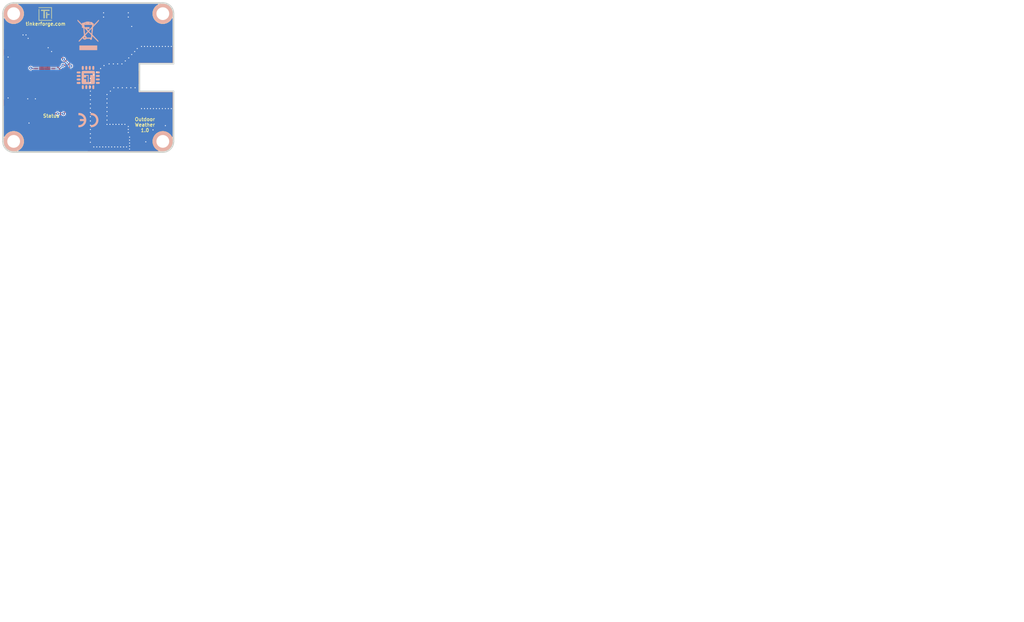
<source format=kicad_pcb>
(kicad_pcb (version 20221018) (generator pcbnew)
  (title_block (title "Outdoor Weather Bricklet") (date "2017-09-06") (rev "1.0") (company "Tinkerforge GmbH") (comment 1 "Licensed under CERN OHL v.1.1") (comment 2 "Copyright (©) 2017, B.Nordmeyer <bastian@tinkerforge.com>"))
  (layers (0 "F.Cu" jumper "Vorderseite") (31 "B.Cu" jumper "Rückseite") (34 "B.Paste" user) (35 "F.Paste" user) (36 "B.SilkS" user "B.Silkscreen") (37 "F.SilkS" user "F.Silkscreen") (38 "B.Mask" user) (39 "F.Mask" user) (44 "Edge.Cuts" user))
  (net 0 "")
  (net 1 "GND")
  (net 2 "VCC")
  (net 3 "Net-(C1-Pad2)")
  (net 4 "Net-(D1-Pad2)")
  (net 5 "Net-(J1-Pad1)")
  (net 6 "Net-(P1-Pad4)")
  (net 7 "Net-(P1-Pad5)")
  (net 8 "Net-(P1-Pad6)")
  (net 9 "Net-(P2-Pad2)")
  (net 10 "Net-(R1-Pad1)")
  (net 11 "S-MISO")
  (net 12 "S-MOSI")
  (net 13 "S-CLK")
  (net 14 "S-CS")
  (net 15 "Net-(ANT1-Pad1)")
  (net 16 "DATA")
  (net 17 "SDN")
  (net 18 "Net-(P1-Pad1)")
  (net 19 "Net-(U1-Pad3)")
  (net 20 "Net-(U1-Pad5)")
  (net 21 "Net-(U1-Pad7)")
  (net 22 "Net-(U1-Pad8)")
  (net 23 "Net-(U1-Pad11)")
  (net 24 "Net-(U1-Pad12)")
  (net 25 "Net-(U1-Pad13)")
  (net 26 "Net-(U1-Pad14)")
  (net 27 "Net-(U1-Pad17)")
  (net 28 "Net-(U1-Pad18)")
  (net 29 "Net-(U1-Pad19)")
  (net 30 "Net-(U1-Pad20)")
  (net 31 "Net-(U1-Pad21)")
  (footprint "kicad-libraries:Fiducial_Mark" (layer "F.Cu") (at 50.4 52.3)
    (fp_text reference "Fiducial_Mark" hide)
    (fp_text value "VAL**" hide)
    (pad "1" smd circle (at 0 0) (size 1.00076 1.00076) (layers "F.Cu" "F.Paste" "F.Mask") (clearance 0.65024))
  )
  (footprint "kicad-libraries:Fiducial_Mark" (layer "F.Cu") (at 75.4 21.3)
    (fp_text reference "Fiducial_Mark" hide)
    (fp_text value "VAL**" hide)
    (pad "1" smd circle (at 0 0) (size 1.00076 1.00076) (layers "F.Cu" "F.Paste" "F.Mask") (clearance 0.65024))
  )
  (footprint "Logo_31x31m" (layer "F.Cu") (at 54.4 20.8 180)
    (fp_text reference "G***" hide)
    (fp_text value "LOGO" hide)
  )
  (footprint "kicad-libraries:DEBUG_PAD" (layer "F.Cu") (at 49 32)
    (fp_text reference "J1")
    (fp_text value "Debug")
    (pad "1" smd circle (at 0 0) (size 0.7 0.7) (layers "F.Cu" "F.Paste" "F.Mask") (net 5 "Net-(J1-Pad1)"))
  )
  (footprint "kicad-libraries:CON-SENSOR2" (layer "F.Cu") (at 42.9 37.3 -90)
    (fp_text reference "P1")
    (fp_text value "CON-SENSOR2")
    (pad "1" smd rect (at -3.75 -4.6 270) (size 0.6 1.8) (layers "F.Cu" "F.Paste" "F.Mask") (net 18 "Net-(P1-Pad1)"))
    (pad "2" smd rect (at -2.5 -4.6 270) (size 0.6 1.8) (layers "F.Cu" "F.Paste" "F.Mask") (net 1 "GND"))
    (pad "3" smd rect (at -1.25 -4.6 270) (size 0.6 1.8) (layers "F.Cu" "F.Paste" "F.Mask") (net 2 "VCC"))
    (pad "4" smd rect (at 0 -4.6 270) (size 0.6 1.8) (layers "F.Cu" "F.Paste" "F.Mask") (net 6 "Net-(P1-Pad4)"))
    (pad "5" smd rect (at 1.25 -4.6 270) (size 0.6 1.8) (layers "F.Cu" "F.Paste" "F.Mask") (net 7 "Net-(P1-Pad5)"))
    (pad "6" smd rect (at 2.5 -4.6 270) (size 0.6 1.8) (layers "F.Cu" "F.Paste" "F.Mask") (net 8 "Net-(P1-Pad6)"))
    (pad "7" smd rect (at 3.75 -4.6 270) (size 0.6 1.8) (layers "F.Cu" "F.Paste" "F.Mask") (net 3 "Net-(C1-Pad2)"))
    (pad "EP" smd rect (at -5.9 -1.2 270) (size 1.4 2.4) (layers "F.Cu" "F.Paste" "F.Mask") (net 1 "GND"))
    (pad "EP" smd rect (at 5.9 -1.2 270) (size 1.4 2.4) (layers "F.Cu" "F.Paste" "F.Mask") (net 1 "GND"))
  )
  (footprint "kicad-libraries:SolderJumper" (layer "F.Cu") (at 50.2 48)
    (fp_text reference "P2")
    (fp_text value "Boot")
    (pad "1" smd rect (at -0.5 0) (size 0.4 1.4) (layers "F.Cu" "F.Mask") (net 1 "GND"))
    (pad "1" smd rect (at -0.225 -0.55) (size 0.95 0.3) (layers "F.Cu" "F.Mask") (net 1 "GND"))
    (pad "1" smd rect (at -0.225 0.55) (size 0.95 0.3) (layers "F.Cu" "F.Mask") (net 1 "GND"))
    (pad "2" smd rect (at 0.15 0) (size 0.6 0.5) (layers "F.Cu" "F.Mask") (net 9 "Net-(P2-Pad2)"))
    (pad "2" smd rect (at 0.55 0) (size 0.3 1.4) (layers "F.Cu" "F.Mask") (net 9 "Net-(P2-Pad2)"))
  )
  (footprint "kicad-libraries:4X0402" (layer "F.Cu") (at 50.2 39.2 -90)
    (fp_text reference "RP1")
    (fp_text value "82")
    (pad "1" smd rect (at -0.7493 0.575 90) (size 0.29972 0.65) (layers "F.Cu" "F.Paste" "F.Mask") (net 6 "Net-(P1-Pad4)"))
    (pad "2" smd rect (at -0.24892 0.575 90) (size 0.29972 0.65) (layers "F.Cu" "F.Paste" "F.Mask") (net 7 "Net-(P1-Pad5)"))
    (pad "3" smd rect (at 0.24892 0.575 90) (size 0.29972 0.65) (layers "F.Cu" "F.Paste" "F.Mask") (net 8 "Net-(P1-Pad6)"))
    (pad "4" smd rect (at 0.7493 0.575 90) (size 0.29972 0.65) (layers "F.Cu" "F.Paste" "F.Mask") (net 3 "Net-(C1-Pad2)"))
    (pad "5" smd rect (at 0.7493 -0.575 270) (size 0.29972 0.65) (layers "F.Cu" "F.Paste" "F.Mask") (net 11 "S-MISO"))
    (pad "6" smd rect (at 0.24892 -0.575 270) (size 0.29972 0.65) (layers "F.Cu" "F.Paste" "F.Mask") (net 12 "S-MOSI"))
    (pad "7" smd rect (at -0.24892 -0.575 270) (size 0.29972 0.65) (layers "F.Cu" "F.Paste" "F.Mask") (net 13 "S-CLK"))
    (pad "8" smd rect (at -0.7493 -0.575 270) (size 0.29972 0.65) (layers "F.Cu" "F.Paste" "F.Mask") (net 14 "S-CS"))
  )
  (footprint "kicad-libraries:QFN24-4x4mm-0.5mm" (layer "F.Cu") (at 52.7 34.9 180)
    (fp_text reference "U1")
    (fp_text value "XMC110024")
    (pad "1" smd oval (at -2.025 -1.25 180) (size 1 0.3) (layers "F.Cu" "F.Paste" "F.Mask") (net 11 "S-MISO"))
    (pad "2" smd oval (at -2.025 -0.75 180) (size 1 0.3) (layers "F.Cu" "F.Paste" "F.Mask") (net 10 "Net-(R1-Pad1)"))
    (pad "3" smd oval (at -2.025 -0.25 180) (size 1 0.3) (layers "F.Cu" "F.Paste" "F.Mask") (net 19 "Net-(U1-Pad3)"))
    (pad "4" smd oval (at -2.025 0.25 180) (size 1 0.3) (layers "F.Cu" "F.Paste" "F.Mask") (net 9 "Net-(P2-Pad2)"))
    (pad "5" smd oval (at -2.025 0.75 180) (size 1 0.3) (layers "F.Cu" "F.Paste" "F.Mask") (net 20 "Net-(U1-Pad5)"))
    (pad "6" smd oval (at -2.025 1.25 180) (size 1 0.3) (layers "F.Cu" "F.Paste" "F.Mask") (net 16 "DATA"))
    (pad "7" smd oval (at -1.25 2.025 270) (size 1 0.3) (layers "F.Cu" "F.Paste" "F.Mask") (net 21 "Net-(U1-Pad7)"))
    (pad "8" smd oval (at -0.75 2.025 270) (size 1 0.3) (layers "F.Cu" "F.Paste" "F.Mask") (net 22 "Net-(U1-Pad8)"))
    (pad "9" smd oval (at -0.25 2.025 270) (size 1 0.3) (layers "F.Cu" "F.Paste" "F.Mask") (net 1 "GND"))
    (pad "10" smd oval (at 0.25 2.025 270) (size 1 0.3) (layers "F.Cu" "F.Paste" "F.Mask") (net 2 "VCC"))
    (pad "11" smd oval (at 0.75 2.025 270) (size 1 0.3) (layers "F.Cu" "F.Paste" "F.Mask") (net 23 "Net-(U1-Pad11)"))
    (pad "12" smd oval (at 1.25 2.025 270) (size 1 0.3) (layers "F.Cu" "F.Paste" "F.Mask") (net 24 "Net-(U1-Pad12)"))
    (pad "13" smd oval (at 2.025 1.25 180) (size 1 0.3) (layers "F.Cu" "F.Paste" "F.Mask") (net 25 "Net-(U1-Pad13)"))
    (pad "14" smd oval (at 2.025 0.75 180) (size 1 0.3) (layers "F.Cu" "F.Paste" "F.Mask") (net 26 "Net-(U1-Pad14)"))
    (pad "15" smd oval (at 2.025 0.25 180) (size 1 0.3) (layers "F.Cu" "F.Paste" "F.Mask") (net 5 "Net-(J1-Pad1)"))
    (pad "16" smd oval (at 2.025 -0.25 180) (size 1 0.3) (layers "F.Cu" "F.Paste" "F.Mask") (net 17 "SDN"))
    (pad "17" smd oval (at 2.025 -0.75 180) (size 1 0.3) (layers "F.Cu" "F.Paste" "F.Mask") (net 27 "Net-(U1-Pad17)"))
    (pad "18" smd oval (at 2.025 -1.25 180) (size 1 0.3) (layers "F.Cu" "F.Paste" "F.Mask") (net 28 "Net-(U1-Pad18)"))
    (pad "19" smd oval (at 1.25 -2.025 270) (size 1 0.3) (layers "F.Cu" "F.Paste" "F.Mask") (net 29 "Net-(U1-Pad19)"))
    (pad "20" smd oval (at 0.75 -2.025 270) (size 1 0.3) (layers "F.Cu" "F.Paste" "F.Mask") (net 30 "Net-(U1-Pad20)"))
    (pad "21" smd oval (at 0.25 -2.025 270) (size 1 0.3) (layers "F.Cu" "F.Paste" "F.Mask") (net 31 "Net-(U1-Pad21)"))
    (pad "22" smd oval (at -0.25 -2.025 270) (size 1 0.3) (layers "F.Cu" "F.Paste" "F.Mask") (net 14 "S-CS"))
    (pad "23" smd oval (at -0.75 -2.025 270) (size 1 0.3) (layers "F.Cu" "F.Paste" "F.Mask") (net 13 "S-CLK"))
    (pad "24" smd oval (at -1.25 -2.025 270) (size 1 0.3) (layers "F.Cu" "F.Paste" "F.Mask") (net 12 "S-MOSI"))
    (pad "EXP" smd rect (at -0.65 -0.65 180) (size 1.3 1.3) (layers "F.Cu" "F.Paste" "F.Mask") (net 1 "GND"))
    (pad "EXP" smd rect (at -0.65 0.65 180) (size 1.3 1.3) (layers "F.Cu" "F.Paste" "F.Mask") (net 1 "GND"))
    (pad "EXP" smd rect (at 0.65 -0.65 180) (size 1.3 1.3) (layers "F.Cu" "F.Paste" "F.Mask") (net 1 "GND"))
    (pad "EXP" smd rect (at 0.65 0.65 180) (size 1.3 1.3) (layers "F.Cu" "F.Paste" "F.Mask") (net 1 "GND"))
  )
  (footprint "kicad-libraries:FT-004B" (layer "F.Cu") (at 82.9 37.3 -90)
    (fp_text reference "ANT1")
    (fp_text value "FT-004B")
    (pad "1" smd rect (at 0.01 10 270) (size 3 4) (layers "F.Cu" "F.Paste" "F.Mask") (net 15 "Net-(ANT1-Pad1)"))
    (pad "2" smd rect (at -5.27 3.99 270) (size 4 8) (layers "F.Cu" "F.Paste" "F.Mask") (net 1 "GND"))
    (pad "2" smd rect (at 5.25 3.99 270) (size 4 8) (layers "F.Cu" "F.Paste" "F.Mask") (net 1 "GND"))
  )
  (footprint "kicad-libraries:RFM210LCF-S1" (layer "F.Cu") (at 63.9 37.3 90)
    (fp_text reference "U2")
    (fp_text value "RFM210LCF-S1")
    (pad "" smd rect (at -14.7 -5.5 90) (size 1.8 5) (layers "F.Cu" "F.Paste" "F.Mask"))
    (pad "" smd rect (at -12.16 -5.5 90) (size 1.8 5) (layers "F.Cu" "F.Paste" "F.Mask"))
    (pad "1" smd rect (at -14.7 5.5 90) (size 1.8 5) (layers "F.Cu" "F.Paste" "F.Mask") (net 15 "Net-(ANT1-Pad1)"))
    (pad "2" smd rect (at -12.16 5.5 90) (size 1.8 5) (layers "F.Cu" "F.Paste" "F.Mask") (net 1 "GND"))
    (pad "3" smd rect (at 7.08 5.5 90) (size 1.8 5) (layers "F.Cu" "F.Paste" "F.Mask") (net 17 "SDN"))
    (pad "4" smd rect (at 9.62 5.5 90) (size 1.8 5) (layers "F.Cu" "F.Paste" "F.Mask") (net 2 "VCC"))
    (pad "5" smd rect (at 12.16 5.5 90) (size 1.8 5) (layers "F.Cu" "F.Paste" "F.Mask") (net 16 "DATA"))
    (pad "6" smd rect (at 14.7 5.5 90) (size 1.8 5) (layers "F.Cu" "F.Paste" "F.Mask") (net 1 "GND"))
  )
  (footprint "kicad-libraries:C0402F" (layer "F.Cu") (at 49.6 41.6 90)
    (fp_text reference "C1")
    (fp_text value "220pF")
    (pad "1" smd rect (at -0.5 0 90) (size 0.6 0.7) (layers "F.Cu" "F.Paste" "F.Mask") (net 1 "GND"))
    (pad "2" smd rect (at 0.5 0 90) (size 0.6 0.7) (layers "F.Cu" "F.Paste" "F.Mask") (net 3 "Net-(C1-Pad2)"))
  )
  (footprint "kicad-libraries:C0805" (layer "F.Cu") (at 47.4 29.7 180)
    (fp_text reference "C2")
    (fp_text value "10uF")
    (pad "1" smd rect (at -1.00076 0 180) (size 1.00076 1.24968) (layers "F.Cu" "F.Paste" "F.Mask") (net 1 "GND") (clearance 0.14986))
    (pad "2" smd rect (at 1.00076 0 180) (size 1.00076 1.24968) (layers "F.Cu" "F.Paste" "F.Mask") (net 2 "VCC") (clearance 0.14986))
  )
  (footprint "kicad-libraries:C0603F" (layer "F.Cu") (at 47.2 28.1 180)
    (fp_text reference "C3")
    (fp_text value "1uF")
    (pad "1" smd rect (at -0.75 0 180) (size 0.9 0.9) (layers "F.Cu" "F.Paste" "F.Mask") (net 1 "GND"))
    (pad "2" smd rect (at 0.75 0 180) (size 0.9 0.9) (layers "F.Cu" "F.Paste" "F.Mask") (net 2 "VCC"))
  )
  (footprint "kicad-libraries:C0603F" (layer "F.Cu") (at 52.7 31.2 180)
    (fp_text reference "C4")
    (fp_text value "100nF")
    (pad "1" smd rect (at -0.75 0 180) (size 0.9 0.9) (layers "F.Cu" "F.Paste" "F.Mask") (net 1 "GND"))
    (pad "2" smd rect (at 0.75 0 180) (size 0.9 0.9) (layers "F.Cu" "F.Paste" "F.Mask") (net 2 "VCC"))
  )
  (footprint "kicad-libraries:C0603F" (layer "F.Cu") (at 73.1 26.9 -90)
    (fp_text reference "C5")
    (fp_text value "100nF")
    (pad "1" smd rect (at -0.75 0 270) (size 0.9 0.9) (layers "F.Cu" "F.Paste" "F.Mask") (net 1 "GND"))
    (pad "2" smd rect (at 0.75 0 270) (size 0.9 0.9) (layers "F.Cu" "F.Paste" "F.Mask") (net 2 "VCC"))
  )
  (footprint "kicad-libraries:D0603F" (layer "F.Cu") (at 54.2 44.7)
    (fp_text reference "D1")
    (fp_text value "blue")
    (pad "1" smd rect (at -0.75 0) (size 0.9 0.9) (layers "F.Cu" "F.Paste" "F.Mask") (net 2 "VCC"))
    (pad "2" smd rect (at 0.75 0) (size 0.9 0.9) (layers "F.Cu" "F.Paste" "F.Mask") (net 4 "Net-(D1-Pad2)"))
  )
  (footprint "kicad-libraries:R0603F" (layer "F.Cu") (at 54.2 43.3)
    (fp_text reference "R1")
    (fp_text value "1k")
    (pad "1" smd rect (at -0.75 0) (size 0.9 0.9) (layers "F.Cu" "F.Paste" "F.Mask") (net 10 "Net-(R1-Pad1)"))
    (pad "2" smd rect (at 0.75 0) (size 0.9 0.9) (layers "F.Cu" "F.Paste" "F.Mask") (net 4 "Net-(D1-Pad2)"))
  )
  (footprint "kicad-libraries:DRILL_NP" (layer "F.Cu") (at 45.4 52.3)
    (fp_text reference "U4" hide)
    (fp_text value "DRILL" hide)
    (pad "" np_thru_hole circle (at 0 0) (size 2.99974 2.99974) (drill 2.99974) (layers "*.Cu" "*.Mask" "F.SilkS") (clearance 0.89916))
  )
  (footprint "kicad-libraries:DRILL_NP" (layer "F.Cu") (at 80.4 52.3)
    (fp_text reference "U5" hide)
    (fp_text value "DRILL" hide)
    (pad "" np_thru_hole circle (at 0 0) (size 2.99974 2.99974) (drill 2.99974) (layers "*.Cu" "*.Mask" "F.SilkS") (clearance 0.89916))
  )
  (footprint "kicad-libraries:DRILL_NP" (layer "F.Cu") (at 45.4 22.3)
    (fp_text reference "U6" hide)
    (fp_text value "DRILL" hide)
    (pad "" np_thru_hole circle (at 0 0) (size 2.99974 2.99974) (drill 2.99974) (layers "*.Cu" "*.Mask" "F.SilkS") (clearance 0.89916))
  )
  (footprint "kicad-libraries:DRILL_NP" (layer "F.Cu") (at 80.4 22.3)
    (fp_text reference "U7" hide)
    (fp_text value "DRILL" hide)
    (pad "" np_thru_hole circle (at 0 0) (size 2.99974 2.99974) (drill 2.99974) (layers "*.Cu" "*.Mask" "F.SilkS") (clearance 0.89916))
  )
  (footprint "kicad-libraries:Logo_CoMCU" (layer "B.Cu") (at 62.9 37.3 180)
    (fp_text reference "G***" hide)
    (fp_text value "LOGO" hide)
  )
  (footprint "kicad-libraries:WEEE_7mm" (layer "B.Cu") (at 62.9 27.3 180)
    (fp_text reference "VAL" hide)
    (fp_text value "WEEE_7mm" hide)
  )
  (footprint "kicad-libraries:CE_5mm" (layer "B.Cu") (at 62.9 47.3 180)
    (fp_text reference "VAL" hide)
    (fp_text value "CE_5mm" hide)
  )
  (gr_arc (start 80.4 19.8) (mid 82.167767 20.532233) (end 82.9 22.3) (stroke (width 0.381)) (layer "Edge.Cuts"))
  (gr_arc (start 45.4 54.8) (mid 43.632233 54.067767) (end 42.9 52.3) (stroke (width 0.381)) (layer "Edge.Cuts"))
  (gr_arc (start 82.9 52.3) (mid 82.167767 54.067767) (end 80.4 54.8) (stroke (width 0.381)) (layer "Edge.Cuts"))
  (gr_line (start 74.9 34.05) (end 82.9 34.05) (stroke (width 0.381)) (layer "Edge.Cuts"))
  (gr_line (start 74.9 40.55) (end 82.9 40.55) (stroke (width 0.381)) (layer "Edge.Cuts"))
  (gr_line (start 42.9 22.3) (end 42.9 52.3) (stroke (width 0.381)) (layer "Edge.Cuts"))
  (gr_line (start 74.9 34.05) (end 74.9 40.55) (stroke (width 0.381)) (layer "Edge.Cuts"))
  (gr_line (start 45.4 54.8) (end 80.4 54.8) (stroke (width 0.381)) (layer "Edge.Cuts"))
  (gr_line (start 82.9 22.3) (end 82.9 34.05) (stroke (width 0.381)) (layer "Edge.Cuts"))
  (gr_line (start 82.9 40.55) (end 82.9 52.3) (stroke (width 0.381)) (layer "Edge.Cuts"))
  (gr_arc (start 42.9 22.3) (mid 43.632233 20.532233) (end 45.4 19.8) (stroke (width 0.381)) (layer "Edge.Cuts"))
  (gr_line (start 80.4 19.8) (end 45.4 19.8) (stroke (width 0.381)) (layer "Edge.Cuts"))
  (gr_text "Outdoor\nWeather\n1.0" (at 76.2 48.4) (layer "F.SilkS") (effects (font (size 0.8 0.8))))
  (gr_text "tinkerforge.com" (at 52.9 24.7) (layer "F.SilkS") (effects (font (size 0.8 0.8))))
  (gr_text "Status" (at 54.2 46.3) (layer "F.SilkS") (effects (font (size 0.8 0.8))))
  (segment (start 52.95 32.15) (end 53.45 31.65) (width 0.29972) (layer "F.Cu") (net 1))
  (segment (start 53.45 31.65) (end 53.45 31.2) (width 0.29972) (layer "F.Cu") (net 1))
  (segment (start 52.95 33.85) (end 53.35 34.25) (width 0.29972) (layer "F.Cu") (net 1))
  (segment (start 46.4 34.8) (end 46.1 34.5) (width 0.29972) (layer "F.Cu") (net 1))
  (segment (start 46.1 34.5) (end 46.1 32.9) (width 0.29972) (layer "F.Cu") (net 1))
  (segment (start 46.1 32.9) (end 48.40076 30.59924) (width 0.29972) (layer "F.Cu") (net 1))
  (segment (start 48.40076 30.59924) (end 48.40076 29.7) (width 0.29972) (layer "F.Cu") (net 1))
  (segment (start 48.40076 29.10076) (end 47.95 28.65) (width 0.29972) (layer "F.Cu") (net 1))
  (segment (start 47.95 28.65) (end 47.95 28.1) (width 0.29972) (layer "F.Cu") (net 1))
  (segment (start 47.95 27.65) (end 47.6 27.3) (width 0.59944) (layer "F.Cu") (net 1))
  (segment (start 47.95 27.65) (end 48.3 27.3) (width 0.59944) (layer "F.Cu") (net 1))
  (segment (start 53.45 30.35) (end 53.5 30.3) (width 0.59944) (layer "F.Cu") (net 1))
  (segment (start 50.45 42.25) (end 50.5 42.3) (width 0.59944) (layer "F.Cu") (net 1))
  (segment (start 48.75 42.25) (end 48.7 42.3) (width 0.59944) (layer "F.Cu") (net 1))
  (segment (start 67 22.6) (end 66.5 22.1) (width 0.59944) (layer "F.Cu") (net 1))
  (segment (start 67 22.6) (end 66.5 23.1) (width 0.59944) (layer "F.Cu") (net 1))
  (segment (start 71.8 22.6) (end 72.3 22.1) (width 0.59944) (layer "F.Cu") (net 1))
  (segment (start 71.8 22.6) (end 72.3 23.1) (width 0.59944) (layer "F.Cu") (net 1))
  (segment (start 72.26 49.46) (end 72.3 49.5) (width 0.59944) (layer "F.Cu") (net 1))
  (segment (start 72.3 50.5) (end 72.6 50.8) (width 0.59944) (layer "F.Cu") (net 1))
  (segment (start 72.6 50.8) (end 72.6 51.3) (width 0.59944) (layer "F.Cu") (net 1))
  (segment (start 72.4 54.1) (end 71.9 53.6) (width 0.59944) (layer "F.Cu") (net 1))
  (segment (start 64.2 53.3) (end 63.4 52.5) (width 0.59944) (layer "F.Cu") (net 1))
  (segment (start 65 36) (end 65.8 35.2) (width 0.59944) (layer "F.Cu") (net 1))
  (segment (start 65.9 35.2) (end 66.6 34.5) (width 0.59944) (layer "F.Cu") (net 1))
  (segment (start 67.4 34.5) (end 67.8 34.1) (width 0.59944) (layer "F.Cu") (net 1))
  (segment (start 70.9 34.1) (end 71.6 33.4) (width 0.59944) (layer "F.Cu") (net 1))
  (segment (start 71.7 33.4) (end 72.4 32.7) (width 0.59944) (layer "F.Cu") (net 1))
  (segment (start 72.4 32.6) (end 73.1 31.9) (width 0.59944) (layer "F.Cu") (net 1))
  (segment (start 73.8 31.1) (end 74.4 30.5) (width 0.59944) (layer "F.Cu") (net 1))
  (segment (start 76.1 52.7) (end 76.4 52.4) (width 0.59944) (layer "F.Cu") (net 1))
  (segment (start 76.4 50.1) (end 77.25 49.25) (width 0.59944) (layer "F.Cu") (net 1))
  (segment (start 77.9 48.6) (end 81 48.6) (width 0.59944) (layer "F.Cu") (net 1))
  (segment (start 77.25 49.25) (end 77.9 48.6) (width 0.59944) (layer "F.Cu") (net 1))
  (segment (start 77.75 49.25) (end 78.1 49.6) (width 0.59944) (layer "F.Cu") (net 1))
  (segment (start 49.75 47.45) (end 49.7 47.5) (width 0.2) (layer "F.Cu") (net 1))
  (segment (start 49.7 47.5) (end 49.7 48) (width 0.2) (layer "F.Cu") (net 1))
  (segment (start 49.75 48.55) (end 49.7 48.5) (width 0.2) (layer "F.Cu") (net 1))
  (segment (start 49.7 48.5) (end 49.7 48) (width 0.2) (layer "F.Cu") (net 1))
  (segment (start 67.7 53.6) (end 68.4 53.6) (width 0.59944) (layer "F.Cu") (net 1))
  (segment (start 67.3 47.3) (end 67.3 48.3) (width 0.59944) (layer "F.Cu") (net 1))
  (segment (start 72.6 52.7) (end 72.6 52) (width 0.59944) (layer "F.Cu") (net 1))
  (segment (start 78.2 44.6) (end 78.9 44.6) (width 0.59944) (layer "F.Cu") (net 1))
  (segment (start 77.25 49.25) (end 77.75 49.25) (width 0.59944) (layer "F.Cu") (net 1))
  (segment (start 67 53.6) (end 67.7 53.6) (width 0.59944) (layer "F.Cu") (net 1))
  (segment (start 79.6 30) (end 78.9 30) (width 0.59944) (layer "F.Cu") (net 1))
  (segment (start 72.6 54.1) (end 72.6 53.4) (width 0.59944) (layer "F.Cu") (net 1))
  (segment (start 63.4 47.5) (end 63.4 48.5) (width 0.59944) (layer "F.Cu") (net 1))
  (segment (start 72.3 48.8) (end 72.3 49.5) (width 0.59944) (layer "F.Cu") (net 1))
  (segment (start 71.5 48.3) (end 70.8 48.3) (width 0.59944) (layer "F.Cu") (net 1))
  (segment (start 65.8 35.2) (end 65.9 35.2) (width 0.59944) (layer "F.Cu") (net 1))
  (segment (start 44.1 43.2) (end 44.1 42.1) (width 0.59944) (layer "F.Cu") (net 1))
  (segment (start 68 48.3) (end 68.7 48.3) (width 0.59944) (layer "F.Cu") (net 1))
  (segment (start 47.95 28.1) (end 48.8 28.1) (width 0.59944) (layer "F.Cu") (net 1))
  (segment (start 49.6 42.25) (end 48.75 42.25) (width 0.59944) (layer "F.Cu") (net 1))
  (segment (start 52.05 35.55) (end 52.05 34.25) (width 0.29972) (layer "F.Cu") (net 1))
  (segment (start 67.3 45.3) (end 67.3 46.3) (width 0.59944) (layer "F.Cu") (net 1))
  (segment (start 48.40076 29.7) (end 48.40076 29.10076) (width 0.29972) (layer "F.Cu") (net 1))
  (segment (start 78.2 30) (end 78.9 30) (width 0.59944) (layer "F.Cu") (net 1))
  (segment (start 63.4 45.5) (end 63.4 46.5) (width 0.59944) (layer "F.Cu") (net 1))
  (segment (start 69.8 53.6) (end 70.5 53.6) (width 0.59944) (layer "F.Cu") (net 1))
  (segment (start 64.2 53.6) (end 64.2 53.3) (width 0.59944) (layer "F.Cu") (net 1))
  (segment (start 63.4 38.5) (end 63.4 39.5) (width 0.59944) (layer "F.Cu") (net 1))
  (segment (start 72.6 52) (end 72.6 51.3) (width 0.59944) (layer "F.Cu") (net 1))
  (segment (start 68.1 40.5) (end 67.3 41.3) (width 0.59944) (layer "F.Cu") (net 1))
  (segment (start 52.95 32.875) (end 52.95 33.85) (width 0.29972) (layer "F.Cu") (net 1))
  (segment (start 64.2 53.6) (end 64.9 53.6) (width 0.59944) (layer "F.Cu") (net 1))
  (segment (start 78.9 44.6) (end 78.9 42.3) (width 0.59944) (layer "F.Cu") (net 1))
  (segment (start 72.6 53.4) (end 72.6 52.7) (width 0.59944) (layer "F.Cu") (net 1))
  (segment (start 82.4 30) (end 81.7 30) (width 0.59944) (layer "F.Cu") (net 1))
  (segment (start 65.6 53.6) (end 66.3 53.6) (width 0.59944) (layer "F.Cu") (net 1))
  (segment (start 69.4 22.6) (end 71.8 22.6) (width 0.59944) (layer "F.Cu") (net 1))
  (segment (start 66.3 53.6) (end 67 53.6) (width 0.59944) (layer "F.Cu") (net 1))
  (segment (start 75.4 44.6) (end 76.1 44.6) (width 0.59944) (layer "F.Cu") (net 1))
  (segment (start 68.4 53.6) (end 69.1 53.6) (width 0.59944) (layer "F.Cu") (net 1))
  (segment (start 76.8 44.6) (end 77.5 44.6) (width 0.59944) (layer "F.Cu") (net 1))
  (segment (start 64.9 53.6) (end 65.6 53.6) (width 0.59944) (layer "F.Cu") (net 1))
  (segment (start 63.4 41.5) (end 63.4 42.5) (width 0.59944) (layer "F.Cu") (net 1))
  (segment (start 67.3 46.3) (end 67.3 47.3) (width 0.59944) (layer "F.Cu") (net 1))
  (segment (start 79.6 44.6) (end 78.9 44.6) (width 0.59944) (layer "F.Cu") (net 1))
  (segment (start 77.5 30) (end 78.2 30) (width 0.59944) (layer "F.Cu") (net 1))
  (segment (start 76.1 30) (end 76.8 30) (width 0.59944) (layer "F.Cu") (net 1))
  (segment (start 47.5 34.8) (end 46.4 34.8) (width 0.29972) (layer "F.Cu") (net 1))
  (segment (start 69.1 53.6) (end 69.8 53.6) (width 0.59944) (layer "F.Cu") (net 1))
  (segment (start 70.8 34.1) (end 69.8 34.1) (width 0.59944) (layer "F.Cu") (net 1))
  (segment (start 67.3 44.3) (end 67.3 45.3) (width 0.59944) (layer "F.Cu") (net 1))
  (segment (start 72.9 39.7) (end 71.9 39.7) (width 0.59944) (layer "F.Cu") (net 1))
  (segment (start 70.9 39.7) (end 69.9 39.7) (width 0.59944) (layer "F.Cu") (net 1))
  (segment (start 66.6 34.5) (end 67.4 34.5) (width 0.59944) (layer "F.Cu") (net 1))
  (segment (start 80.3 30) (end 79.6 30) (width 0.59944) (layer "F.Cu") (net 1))
  (segment (start 63.4 42.5) (end 63.4 43.5) (width 0.59944) (layer "F.Cu") (net 1))
  (segment (start 49.6 42.25) (end 50.45 42.25) (width 0.59944) (layer "F.Cu") (net 1))
  (segment (start 73.8 31.2) (end 73.8 31.1) (width 0.59944) (layer "F.Cu") (net 1))
  (segment (start 71.9 39.7) (end 70.9 39.7) (width 0.59944) (layer "F.Cu") (net 1))
  (segment (start 53.35 35.55) (end 52.05 35.55) (width 0.29972) (layer "F.Cu") (net 1))
  (segment (start 67.3 48.3) (end 68 48.3) (width 0.59944) (layer "F.Cu") (net 1))
  (segment (start 76.1 44.6) (end 76.8 44.6) (width 0.59944) (layer "F.Cu") (net 1))
  (segment (start 63.4 37.5) (end 63.4 38.5) (width 0.59944) (layer "F.Cu") (net 1))
  (segment (start 72.4 32.7) (end 72.4 32.6) (width 0.59944) (layer "F.Cu") (net 1))
  (segment (start 63.4 50.5) (end 63.4 51.5) (width 0.59944) (layer "F.Cu") (net 1))
  (segment (start 49.7 48) (end 49 48) (width 0.2) (layer "F.Cu") (net 1))
  (segment (start 72.3 50.2) (end 72.3 50.5) (width 0.59944) (layer "F.Cu") (net 1))
  (segment (start 63.4 48.5) (end 63.4 49.5) (width 0.59944) (layer "F.Cu") (net 1))
  (segment (start 63.4 51.5) (end 63.4 52.5) (width 0.59944) (layer "F.Cu") (net 1))
  (segment (start 68.7 48.3) (end 69.4 48.3) (width 0.59944) (layer "F.Cu") (net 1))
  (segment (start 73.1 26.15) (end 73.1 25.3) (width 0.59944) (layer "F.Cu") (net 1))
  (segment (start 64.2 36.7) (end 63.4 37.5) (width 0.59944) (layer "F.Cu") (net 1))
  (segment (start 53.35 34.25) (end 53.35 35.55) (width 0.29972) (layer "F.Cu") (net 1))
  (segment (start 69.9 39.7) (end 68.9 39.7) (width 0.59944) (layer "F.Cu") (net 1))
  (segment (start 63.4 49.5) (end 63.4 50.5) (width 0.59944) (layer "F.Cu") (net 1))
  (segment (start 49.975 48.55) (end 49.75 48.55) (width 0.2) (layer "F.Cu") (net 1))
  (segment (start 82.4 44.6) (end 81.7 44.6) (width 0.59944) (layer "F.Cu") (net 1))
  (segment (start 81.7 30) (end 81 30) (width 0.59944) (layer "F.Cu") (net 1))
  (segment (start 72.6 52.7) (end 76.1 52.7) (width 0.59944) (layer "F.Cu") (net 1))
  (segment (start 70.1 48.3) (end 69.4 48.3) (width 0.59944) (layer "F.Cu") (net 1))
  (segment (start 49.975 47.45) (end 49.75 47.45) (width 0.2) (layer "F.Cu") (net 1))
  (segment (start 81.7 44.6) (end 81 44.6) (width 0.59944) (layer "F.Cu") (net 1))
  (segment (start 47.95 28.1) (end 47.95 27.65) (width 0.59944) (layer "F.Cu") (net 1))
  (segment (start 53.45 31.2) (end 54.3 31.2) (width 0.59944) (layer "F.Cu") (net 1))
  (segment (start 63.4 39.5) (end 63.4 40.5) (width 0.59944) (layer "F.Cu") (net 1))
  (segment (start 72.26 49.46) (end 69.4 49.46) (width 0.59944) (layer "F.Cu") (net 1))
  (segment (start 63.4 44.5) (end 63.4 45.5) (width 0.59944) (layer "F.Cu") (net 1))
  (segment (start 81 44.6) (end 80.3 44.6) (width 0.59944) (layer "F.Cu") (net 1))
  (segment (start 52.95 32.875) (end 52.95 32.15) (width 0.29972) (layer "F.Cu") (net 1))
  (segment (start 53.45 31.2) (end 53.45 30.35) (width 0.59944) (layer "F.Cu") (net 1))
  (segment (start 44.1 31.4) (end 44.1 32.5) (width 0.59944) (layer "F.Cu") (net 1))
  (segment (start 63.4 40.5) (end 63.4 41.5) (width 0.59944) (layer "F.Cu") (net 1))
  (segment (start 67.3 42.3) (end 67.3 43.3) (width 0.59944) (layer "F.Cu") (net 1))
  (segment (start 70.5 53.6) (end 71.2 53.6) (width 0.59944) (layer "F.Cu") (net 1))
  (segment (start 70.8 34.1) (end 70.9 34.1) (width 0.59944) (layer "F.Cu") (net 1))
  (segment (start 63.4 43.5) (end 63.4 44.5) (width 0.59944) (layer "F.Cu") (net 1))
  (segment (start 81 30) (end 80.3 30) (width 0.59944) (layer "F.Cu") (net 1))
  (segment (start 73.8 31.2) (end 73.1 31.9) (width 0.59944) (layer "F.Cu") (net 1))
  (segment (start 67.3 43.3) (end 67.3 44.3) (width 0.59944) (layer "F.Cu") (net 1))
  (segment (start 68.8 34.1) (end 67.8 34.1) (width 0.59944) (layer "F.Cu") (net 1))
  (segment (start 71.6 33.4) (end 71.7 33.4) (width 0.59944) (layer "F.Cu") (net 1))
  (segment (start 80.3 44.6) (end 79.6 44.6) (width 0.59944) (layer "F.Cu") (net 1))
  (segment (start 76.8 30) (end 77.5 30) (width 0.59944) (layer "F.Cu") (net 1))
  (segment (start 75.4 30) (end 76.1 30) (width 0.59944) (layer "F.Cu") (net 1))
  (segment (start 76.4 52.4) (end 76.4 50.1) (width 0.59944) (layer "F.Cu") (net 1))
  (segment (start 69.4 48.3) (end 69.4 49.46) (width 0.59944) (layer "F.Cu") (net 1))
  (segment (start 63.4 46.5) (end 63.4 47.5) (width 0.59944) (layer "F.Cu") (net 1))
  (segment (start 70.8 48.3) (end 70.1 48.3) (width 0.59944) (layer "F.Cu") (net 1))
  (segment (start 72.6 54.1) (end 72.4 54.1) (width 0.59944) (layer "F.Cu") (net 1))
  (segment (start 72.3 49.5) (end 72.3 50.2) (width 0.59944) (layer "F.Cu") (net 1))
  (segment (start 69.4 22.6) (end 67 22.6) (width 0.59944) (layer "F.Cu") (net 1))
  (segment (start 69.8 34.1) (end 68.8 34.1) (width 0.59944) (layer "F.Cu") (net 1))
  (segment (start 78.9 30) (end 78.9 32.3) (width 0.59944) (layer "F.Cu") (net 1))
  (segment (start 64.9 36) (end 64.2 36.7) (width 0.59944) (layer "F.Cu") (net 1))
  (segment (start 77.5 44.6) (end 78.2 44.6) (width 0.59944) (layer "F.Cu") (net 1))
  (segment (start 73.9 39.7) (end 72.9 39.7) (width 0.59944) (layer "F.Cu") (net 1))
  (segment (start 68.9 39.7) (end 68.1 40.5) (width 0.59944) (layer "F.Cu") (net 1))
  (segment (start 71.2 53.6) (end 71.9 53.6) (width 0.59944) (layer "F.Cu") (net 1))
  (segment (start 67.3 41.3) (end 67.3 42.3) (width 0.59944) (layer "F.Cu") (net 1))
  (segment (start 64.9 36) (end 65 36) (width 0.59944) (layer "F.Cu") (net 1))
  (via (at 63.4 48.5) (size 0.70104) (drill 0.24892) (layers "F.Cu" "B.Cu") (net 1))
  (via (at 63.4 51.5) (size 0.70104) (drill 0.24892) (layers "F.Cu" "B.Cu") (net 1))
  (via (at 47.6 27.3) (size 0.70104) (drill 0.24892) (layers "F.Cu" "B.Cu") (net 1))
  (via (at 64.2 53.6) (size 0.70104) (drill 0.24892) (layers "F.Cu" "B.Cu") (net 1))
  (via (at 72.4 32.7) (size 0.70104) (drill 0.24892) (layers "F.Cu" "B.Cu") (net 1))
  (via (at 68.1 40.5) (size 0.70104) (drill 0.24892) (layers "F.Cu" "B.Cu") (net 1))
  (via (at 71.2 53.6) (size 0.70104) (drill 0.24892) (layers "F.Cu" "B.Cu") (net 1))
  (via (at 66.3 53.6) (size 0.70104) (drill 0.24892) (layers "F.Cu" "B.Cu") (net 1))
  (via (at 71.5 48.3) (size 0.70104) (drill 0.24892) (layers "F.Cu" "B.Cu") (net 1))
  (via (at 67.3 42.3) (size 0.70104) (drill 0.24892) (layers "F.Cu" "B.Cu") (net 1))
  (via (at 76.8 30) (size 0.70104) (drill 0.24892) (layers "F.Cu" "B.Cu") (net 1))
  (via (at 64.2 36.7) (size 0.70104) (drill 0.24892) (layers "F.Cu" "B.Cu") (net 1))
  (via (at 68.9 39.7) (size 0.70104) (drill 0.24892) (layers "F.Cu" "B.Cu") (net 1))
  (via (at 73.9 39.7) (size 0.70104) (drill 0.24892) (layers "F.Cu" "B.Cu") (net 1))
  (via (at 75.4 30) (size 0.70104) (drill 0.24892) (layers "F.Cu" "B.Cu") (net 1))
  (via (at 67.7 53.6) (size 0.70104) (drill 0.24892) (layers "F.Cu" "B.Cu") (net 1))
  (via (at 70.8 48.3) (size 0.70104) (drill 0.24892) (layers "F.Cu" "B.Cu") (net 1))
  (via (at 81.7 30) (size 0.70104) (drill 0.24892) (layers "F.Cu" "B.Cu") (net 1))
  (via (at 67.3 41.3) (size 0.70104) (drill 0.24892) (layers "F.Cu" "B.Cu") (net 1))
  (via (at 66.6 34.5) (size 0.70104) (drill 0.24892) (layers "F.Cu" "B.Cu") (net 1))
  (via (at 63.4 40.5) (size 0.70104) (drill 0.24892) (layers "F.Cu" "B.Cu") (net 1))
  (via (at 78.1 49.6) (size 0.70104) (drill 0.24892) (layers "F.Cu" "B.Cu") (net 1))
  (via (at 68 48.3) (size 0.70104) (drill 0.24892) (layers "F.Cu" "B.Cu") (net 1))
  (via (at 68.7 48.3) (size 0.70104) (drill 0.24892) (layers "F.Cu" "B.Cu") (net 1))
  (via (at 44.1 42.1) (size 0.70104) (drill 0.24892) (layers "F.Cu" "B.Cu") (net 1))
  (via (at 48.8 28.1) (size 0.70104) (drill 0.24892) (layers "F.Cu" "B.Cu") (net 1))
  (via (at 72.3 48.8) (size 0.70104) (drill 0.24892) (layers "F.Cu" "B.Cu") (net 1))
  (via (at 68.4 53.6) (size 0.70104) (drill 0.24892) (layers "F.Cu" "B.Cu") (net 1))
  (via (at 63.4 42.5) (size 0.70104) (drill 0.24892) (layers "F.Cu" "B.Cu") (net 1))
  (via (at 81 30) (size 0.70104) (drill 0.24892) (layers "F.Cu" "B.Cu") (net 1))
  (via (at 63.4 44.5) (size 0.70104) (drill 0.24892) (layers "F.Cu" "B.Cu") (net 1))
  (via (at 44.1 32.5) (size 0.70104) (drill 0.24892) (layers "F.Cu" "B.Cu") (net 1))
  (via (at 67.3 48.3) (size 0.70104) (drill 0.24892) (layers "F.Cu" "B.Cu") (net 1))
  (via (at 66.5 23.1) (size 0.70104) (drill 0.24892) (layers "F.Cu" "B.Cu") (net 1))
  (via (at 74.4 30.5) (size 0.70104) (drill 0.24892) (layers "F.Cu" "B.Cu") (net 1))
  (via (at 73.1 25.3) (size 0.70104) (drill 0.24892) (layers "F.Cu" "B.Cu") (net 1))
  (via (at 65.6 53.6) (size 0.70104) (drill 0.24892) (layers "F.Cu" "B.Cu") (net 1))
  (via (at 69.8 34.1) (size 0.70104) (drill 0.24892) (layers "F.Cu" "B.Cu") (net 1))
  (via (at 69.1 53.6) (size 0.70104) (drill 0.24892) (layers "F.Cu" "B.Cu") (net 1))
  (via (at 67.3 45.3) (size 0.70104) (drill 0.24892) (layers "F.Cu" "B.Cu") (net 1))
  (via (at 63.4 37.5) (size 0.70104) (drill 0.24892) (layers "F.Cu" "B.Cu") (net 1))
  (via (at 80.3 30) (size 0.70104) (drill 0.24892) (layers "F.Cu" "B.Cu") (net 1))
  (via (at 63.4 50.5) (size 0.70104) (drill 0.24892) (layers "F.Cu" "B.Cu") (net 1))
  (via (at 78.2 44.6) (size 0.70104) (drill 0.24892) (layers "F.Cu" "B.Cu") (net 1))
  (via (at 53.5 30.3) (size 0.70104) (drill 0.24892) (layers "F.Cu" "B.Cu") (net 1))
  (via (at 72.6 53.4) (size 0.70104) (drill 0.24892) (layers "F.Cu" "B.Cu") (net 1))
  (via (at 78.2 30) (size 0.70104) (drill 0.24892) (layers "F.Cu" "B.Cu") (net 1))
  (via (at 68.8 34.1) (size 0.70104) (drill 0.24892) (layers "F.Cu" "B.Cu") (net 1))
  (via (at 76.4 52.4) (size 0.70104) (drill 0.24892) (layers "F.Cu" "B.Cu") (net 1))
  (via (at 70.9 39.7) (size 0.70104) (drill 0.24892) (layers "F.Cu" "B.Cu") (net 1))
  (via (at 71.9 39.7) (size 0.70104) (drill 0.24892) (layers "F.Cu" "B.Cu") (net 1))
  (via (at 63.4 52.5) (size 0.70104) (drill 0.24892) (layers "F.Cu" "B.Cu") (net 1))
  (via (at 72.9 39.7) (size 0.70104) (drill 0.24892) (layers "F.Cu" "B.Cu") (net 1))
  (via (at 69.4 48.3) (size 0.70104) (drill 0.24892) (layers "F.Cu" "B.Cu") (net 1))
  (via (at 65.8 35.2) (size 0.70104) (drill 0.24892) (layers "F.Cu" "B.Cu") (net 1))
  (via (at 72.6 52) (size 0.70104) (drill 0.24892) (layers "F.Cu" "B.Cu") (net 1))
  (via (at 78.9 44.6) (size 0.70104) (drill 0.24892) (layers "F.Cu" "B.Cu") (net 1))
  (via (at 75.4 44.6) (size 0.70104) (drill 0.24892) (layers "F.Cu" "B.Cu") (net 1))
  (via (at 67.3 47.3) (size 0.70104) (drill 0.24892) (layers "F.Cu" "B.Cu") (net 1))
  (via (at 79.6 30) (size 0.70104) (drill 0.24892) (layers "F.Cu" "B.Cu") (net 1))
  (via (at 63.4 39.5) (size 0.70104) (drill 0.24892) (layers "F.Cu" "B.Cu") (net 1))
  (via (at 81 44.6) (size 0.70104) (drill 0.24892) (layers "F.Cu" "B.Cu") (net 1))
  (via (at 72.6 54.1) (size 0.70104) (drill 0.24892) (layers "F.Cu" "B.Cu") (net 1))
  (via (at 66.5 22.1) (size 0.70104) (drill 0.24892) (layers "F.Cu" "B.Cu") (net 1))
  (via (at 67.3 44.3) (size 0.70104) (drill 0.24892) (layers "F.Cu" "B.Cu") (net 1))
  (via (at 72.3 22.1) (size 0.70104) (drill 0.24892) (layers "F.Cu" "B.Cu") (net 1))
  (via (at 76.8 44.6) (size 0.70104) (drill 0.24892) (layers "F.Cu" "B.Cu") (net 1))
  (via (at 48.3 27.3) (size 0.70104) (drill 0.24892) (layers "F.Cu" "B.Cu") (net 1))
  (via (at 67.3 46.3) (size 0.70104) (drill 0.24892) (layers "F.Cu" "B.Cu") (net 1))
  (via (at 78.9 30) (size 0.70104) (drill 0.24892) (layers "F.Cu" "B.Cu") (net 1))
  (via (at 77.5 30) (size 0.70104) (drill 0.24892) (layers "F.Cu" "B.Cu") (net 1))
  (via (at 67.3 43.3) (size 0.70104) (drill 0.24892) (layers "F.Cu" "B.Cu") (net 1))
  (via (at 67 53.6) (size 0.70104) (drill 0.24892) (layers "F.Cu" "B.Cu") (net 1))
  (via (at 76.1 30) (size 0.70104) (drill 0.24892) (layers "F.Cu" "B.Cu") (net 1))
  (via (at 63.4 43.5) (size 0.70104) (drill 0.24892) (layers "F.Cu" "B.Cu") (net 1))
  (via (at 77.5 44.6) (size 0.70104) (drill 0.24892) (layers "F.Cu" "B.Cu") (net 1))
  (via (at 80.3 44.6) (size 0.70104) (drill 0.24892) (layers "F.Cu" "B.Cu") (net 1))
  (via (at 72.3 49.5) (size 0.70104) (drill 0.24892) (layers "F.Cu" "B.Cu") (net 1))
  (via (at 63.4 41.5) (size 0.70104) (drill 0.24892) (layers "F.Cu" "B.Cu") (net 1))
  (via (at 63.4 45.5) (size 0.70104) (drill 0.24892) (layers "F.Cu" "B.Cu") (net 1))
  (via (at 71.6 33.4) (size 0.70104) (drill 0.24892) (layers "F.Cu" "B.Cu") (net 1))
  (via (at 69.8 53.6) (size 0.70104) (drill 0.24892) (layers "F.Cu" "B.Cu") (net 1))
  (via (at 79.6 44.6) (size 0.70104) (drill 0.24892) (layers "F.Cu" "B.Cu") (net 1))
  (via (at 72.3 23.1) (size 0.70104) (drill 0.24892) (layers "F.Cu" "B.Cu") (net 1))
  (via (at 63.4 47.5) (size 0.70104) (drill 0.24892) (layers "F.Cu" "B.Cu") (net 1))
  (via (at 72.6 51.3) (size 0.70104) (drill 0.24892) (layers "F.Cu" "B.Cu") (net 1))
  (via (at 69.9 39.7) (size 0.70104) (drill 0.24892) (layers "F.Cu" "B.Cu") (net 1))
  (via (at 49 48) (size 0.70104) (drill 0.24892) (layers "F.Cu" "B.Cu") (net 1))
  (via (at 50.5 42.3) (size 0.70104) (drill 0.24892) (layers "F.Cu" "B.Cu") (net 1))
  (via (at 70.1 48.3) (size 0.70104) (drill 0.24892) (layers "F.Cu" "B.Cu") (net 1))
  (via (at 67.8 34.1) (size 0.70104) (drill 0.24892) (layers "F.Cu" "B.Cu") (net 1))
  (via (at 82.4 44.6) (size 0.70104) (drill 0.24892) (layers "F.Cu" "B.Cu") (net 1))
  (via (at 70.5 53.6) (size 0.70104) (drill 0.24892) (layers "F.Cu" "B.Cu") (net 1))
  (via (at 72.6 52.7) (size 0.70104) (drill 0.24892) (layers "F.Cu" "B.Cu") (net 1))
  (via (at 64.9 53.6) (size 0.70104) (drill 0.24892) (layers "F.Cu" "B.Cu") (net 1))
  (via (at 73.8 31.2) (size 0.70104) (drill 0.24892) (layers "F.Cu" "B.Cu") (net 1))
  (via (at 63.4 49.5) (size 0.70104) (drill 0.24892) (layers "F.Cu" "B.Cu") (net 1))
  (via (at 72.3 50.2) (size 0.70104) (drill 0.24892) (layers "F.Cu" "B.Cu") (net 1))
  (via (at 81.7 44.6) (size 0.70104) (drill 0.24892) (layers "F.Cu" "B.Cu") (net 1))
  (via (at 81 48.6) (size 0.70104) (drill 0.24892) (layers "F.Cu" "B.Cu") (net 1))
  (via (at 54.3 31.2) (size 0.70104) (drill 0.24892) (layers "F.Cu" "B.Cu") (net 1))
  (via (at 76.1 44.6) (size 0.70104) (drill 0.24892) (layers "F.Cu" "B.Cu") (net 1))
  (via (at 70.8 34.1) (size 0.70104) (drill 0.24892) (layers "F.Cu" "B.Cu") (net 1))
  (via (at 63.4 38.5) (size 0.70104) (drill 0.24892) (layers "F.Cu" "B.Cu") (net 1))
  (via (at 71.9 53.6) (size 0.70104) (drill 0.24892) (layers "F.Cu" "B.Cu") (net 1))
  (via (at 64.9 36) (size 0.70104) (drill 0.24892) (layers "F.Cu" "B.Cu") (net 1))
  (via (at 82.4 30) (size 0.70104) (drill 0.24892) (layers "F.Cu" "B.Cu") (net 1))
  (via (at 73.1 31.9) (size 0.70104) (drill 0.24892) (layers "F.Cu" "B.Cu") (net 1))
  (via (at 63.4 46.5) (size 0.70104) (drill 0.24892) (layers "F.Cu" "B.Cu") (net 1))
  (via (at 48.7 42.3) (size 0.70104) (drill 0.24892) (layers "F.Cu" "B.Cu") (net 1))
  (segment (start 69.43 27.65) (end 69.4 27.68) (width 0.59944) (layer "F.Cu") (net 2))
  (segment (start 52.45 32.15) (end 51.95 31.65) (width 0.29972) (layer "F.Cu") (net 2))
  (segment (start 51.95 31.65) (end 51.95 31.2) (width 0.29972) (layer "F.Cu") (net 2))
  (segment (start 46.35 36.05) (end 45.6 35.3) (width 0.29972) (layer "F.Cu") (net 2))
  (segment (start 45.6 35.3) (end 45.6 32.7) (width 0.29972) (layer "F.Cu") (net 2))
  (segment (start 45.6 32.7) (end 46.7 31.6) (width 0.29972) (layer "F.Cu") (net 2))
  (segment (start 46.7 31.6) (end 46.7 30.00076) (width 0.29972) (layer "F.Cu") (net 2))
  (segment (start 46.7 30.00076) (end 46.39924 29.7) (width 0.29972) (layer "F.Cu") (net 2))
  (segment (start 46.39924 28.15076) (end 46.45 28.1) (width 0.29972) (layer "F.Cu") (net 2))
  (segment (start 46.45 27.45) (end 47.8 26.1) (width 0.29972) (layer "F.Cu") (net 2))
  (segment (start 47.8 26.1) (end 50.5 26.1) (width 0.29972) (layer "F.Cu") (net 2))
  (segment (start 50.5 26.1) (end 51.95 27.55) (width 0.29972) (layer "F.Cu") (net 2))
  (segment (start 51.95 27.55) (end 51.95 27.65) (width 0.29972) (layer "F.Cu") (net 2))
  (segment (start 73.65 27.65) (end 74.2 27.1) (width 0.29972) (layer "F.Cu") (net 2))
  (segment (start 74.2 27.1) (end 74.2 25.3) (width 0.29972) (layer "F.Cu") (net 2))
  (segment (start 74.2 25.3) (end 72.8 23.9) (width 0.29972) (layer "F.Cu") (net 2))
  (segment (start 72.8 23.9) (end 55.7 23.9) (width 0.29972) (layer "F.Cu") (net 2))
  (segment (start 55.7 23.9) (end 52.3 27.3) (width 0.29972) (layer "F.Cu") (net 2))
  (segment (start 51.95 27.65) (end 51.95 31.2) (width 0.29972) (layer "F.Cu") (net 2))
  (segment (start 53.45 45.65) (end 53.6 45.8) (width 0.2) (layer "F.Cu") (net 2))
  (segment (start 53.6 45.8) (end 55.7 45.8) (width 0.2) (layer "F.Cu") (net 2))
  (segment (start 57.1 45.8) (end 57.7 45.2) (width 0.2) (layer "F.Cu") (net 2))
  (segment (start 57.7 45.2) (end 57.7 35.7) (width 0.2) (layer "F.Cu") (net 2))
  (segment (start 57.7 35.7) (end 58.8 34.6) (width 0.2) (layer "F.Cu") (net 2))
  (segment (start 57.1 33) (end 55.6 31.5) (width 0.2) (layer "F.Cu") (net 2))
  (segment (start 55.6 31.5) (end 55.6 30) (width 0.2) (layer "F.Cu") (net 2))
  (segment (start 55.6 30) (end 52.9 27.3) (width 0.2) (layer "F.Cu") (net 2))
  (segment (start 52.9 27.3) (end 52.3 27.3) (width 0.2) (layer "F.Cu") (net 2))
  (segment (start 52.3 27.3) (end 51.95 27.65) (width 0.29972) (layer "F.Cu") (net 2))
  (segment (start 53.45 44.7) (end 53.45 45.65) (width 0.2) (layer "F.Cu") (net 2))
  (segment (start 52.45 32.875) (end 52.45 32.15) (width 0.29972) (layer "F.Cu") (net 2))
  (segment (start 73.1 27.65) (end 69.43 27.65) (width 0.59944) (layer "F.Cu") (net 2))
  (segment (start 46.39924 29.7) (end 46.39924 28.15076) (width 0.29972) (layer "F.Cu") (net 2))
  (segment (start 47.5 36.05) (end 46.35 36.05) (width 0.29972) (layer "F.Cu") (net 2))
  (segment (start 73.1 27.65) (end 73.65 27.65) (width 0.29972) (layer "F.Cu") (net 2))
  (segment (start 46.45 28.1) (end 46.45 27.45) (width 0.29972) (layer "F.Cu") (net 2))
  (via (at 57.1 33) (size 0.70104) (drill 0.24892) (layers "F.Cu" "B.Cu") (net 2))
  (via (at 58.8 34.6) (size 0.70104) (drill 0.24892) (layers "F.Cu" "B.Cu") (net 2))
  (via (at 57.1 45.8) (size 0.70104) (drill 0.24892) (layers "F.Cu" "B.Cu") (net 2))
  (via (at 55.7 45.8) (size 0.70104) (drill 0.24892) (layers "F.Cu" "B.Cu") (net 2))
  (segment (start 55.7 45.8) (end 57.1 45.8) (width 0.2) (layer "B.Cu") (net 2))
  (segment (start 58.8 34.6) (end 57.2 33) (width 0.2) (layer "B.Cu") (net 2))
  (segment (start 57.2 33) (end 57.1 33) (width 0.2) (layer "B.Cu") (net 2))
  (segment (start 49.5 41.05) (end 49.6 40.95) (width 0.2) (layer "F.Cu") (net 3))
  (segment (start 49.6 39.9743) (end 49.625 39.9493) (width 0.2) (layer "F.Cu") (net 3))
  (segment (start 49.6 40.95) (end 49.6 39.9743) (width 0.2) (layer "F.Cu") (net 3))
  (segment (start 47.5 41.05) (end 49.5 41.05) (width 0.2) (layer "F.Cu") (net 3))
  (segment (start 54.95 43.3) (end 54.95 44.7) (width 0.2) (layer "F.Cu") (net 4))
  (segment (start 50.05 34.65) (end 49 33.6) (width 0.2) (layer "F.Cu") (net 5))
  (segment (start 49 33.6) (end 49 32) (width 0.2) (layer "F.Cu") (net 5))
  (segment (start 50.675 34.65) (end 50.05 34.65) (width 0.2) (layer "F.Cu") (net 5))
  (segment (start 48.4 37.3) (end 48.9 37.8) (width 0.2) (layer "F.Cu") (net 6))
  (segment (start 48.9 37.8) (end 48.9 38.1) (width 0.2) (layer "F.Cu") (net 6))
  (segment (start 48.9 38.1) (end 49.2507 38.4507) (width 0.2) (layer "F.Cu") (net 6))
  (segment (start 49.2507 38.4507) (end 49.625 38.4507) (width 0.2) (layer "F.Cu") (net 6))
  (segment (start 47.5 37.3) (end 48.4 37.3) (width 0.2) (layer "F.Cu") (net 6))
  (segment (start 48.65 38.55) (end 49.05108 38.95108) (width 0.2) (layer "F.Cu") (net 7))
  (segment (start 49.05108 38.95108) (end 49.625 38.95108) (width 0.2) (layer "F.Cu") (net 7))
  (segment (start 47.5 38.55) (end 48.65 38.55) (width 0.2) (layer "F.Cu") (net 7))
  (segment (start 48.7 39.8) (end 49.05108 39.44892) (width 0.2) (layer "F.Cu") (net 8))
  (segment (start 49.05108 39.44892) (end 49.625 39.44892) (width 0.2) (layer "F.Cu") (net 8))
  (segment (start 47.5 39.8) (end 48.7 39.8) (width 0.2) (layer "F.Cu") (net 8))
  (segment (start 55.55 34.65) (end 56.4 35.5) (width 0.2) (layer "F.Cu") (net 9))
  (segment (start 56.4 35.5) (end 56.4 46.1) (width 0.2) (layer "F.Cu") (net 9))
  (segment (start 56.4 46.1) (end 54.5 48) (width 0.2) (layer "F.Cu") (net 9))
  (segment (start 54.5 48) (end 50.75 48) (width 0.2) (layer "F.Cu") (net 9))
  (segment (start 50.8 48) (end 50.75 48) (width 0.2) (layer "F.Cu") (net 9))
  (segment (start 50.35 48) (end 50.8 48) (width 0.2) (layer "F.Cu") (net 9))
  (segment (start 54.725 34.65) (end 55.55 34.65) (width 0.2) (layer "F.Cu") (net 9))
  (segment (start 55.35 35.65) (end 55.8 36.1) (width 0.2) (layer "F.Cu") (net 10))
  (segment (start 55.8 36.1) (end 55.8 39.3) (width 0.2) (layer "F.Cu") (net 10))
  (segment (start 55.8 39.3) (end 53.45 41.65) (width 0.2) (layer "F.Cu") (net 10))
  (segment (start 53.45 41.65) (end 53.45 43.3) (width 0.2) (layer "F.Cu") (net 10))
  (segment (start 54.725 35.65) (end 55.35 35.65) (width 0.2) (layer "F.Cu") (net 10))
  (segment (start 53.1507 39.9493) (end 54.8 38.3) (width 0.2) (layer "F.Cu") (net 11))
  (segment (start 54.8 38.3) (end 54.8 36.225) (width 0.2) (layer "F.Cu") (net 11))
  (segment (start 54.8 36.225) (end 54.725 36.15) (width 0.2) (layer "F.Cu") (net 11))
  (segment (start 50.775 39.9493) (end 53.1507 39.9493) (width 0.2) (layer "F.Cu") (net 11))
  (segment (start 52.85108 39.44892) (end 53.95 38.35) (width 0.2) (layer "F.Cu") (net 12))
  (segment (start 53.95 38.35) (end 53.95 36.925) (width 0.2) (layer "F.Cu") (net 12))
  (segment (start 50.775 39.44892) (end 52.85108 39.44892) (width 0.2) (layer "F.Cu") (net 12))
  (segment (start 52.54892 38.95108) (end 53.45 38.05) (width 0.2) (layer "F.Cu") (net 13))
  (segment (start 53.45 38.05) (end 53.45 36.925) (width 0.2) (layer "F.Cu") (net 13))
  (segment (start 50.775 38.95108) (end 52.54892 38.95108) (width 0.2) (layer "F.Cu") (net 13))
  (segment (start 52.3493 38.4507) (end 52.95 37.85) (width 0.2) (layer "F.Cu") (net 14))
  (segment (start 52.95 37.85) (end 52.95 36.925) (width 0.2) (layer "F.Cu") (net 14))
  (segment (start 50.775 38.4507) (end 52.3493 38.4507) (width 0.2) (layer "F.Cu") (net 14))
  (segment (start 66.6 52) (end 65.9 51.3) (width 0.59944) (layer "F.Cu") (net 15))
  (segment (start 65.9 51.3) (end 65.9 41.1) (width 0.59944) (layer "F.Cu") (net 15))
  (segment (start 65.9 41.1) (end 69.7 37.3) (width 0.59944) (layer "F.Cu") (net 15))
  (segment (start 69.7 37.3) (end 72.4 37.3) (width 0.59944) (layer "F.Cu") (net 15))
  (segment (start 69.4 52) (end 66.6 52) (width 0.59944) (layer "F.Cu") (net 15))
  (segment (start 65.86 25.14) (end 57.35 33.65) (width 0.2) (layer "F.Cu") (net 16))
  (segment (start 57.35 33.65) (end 54.725 33.65) (width 0.2) (layer "F.Cu") (net 16))
  (segment (start 69.4 25.14) (end 65.86 25.14) (width 0.2) (layer "F.Cu") (net 16))
  (segment (start 62.28 30.22) (end 58.1 34.4) (width 0.2) (layer "F.Cu") (net 17))
  (segment (start 58.1 34.4) (end 57 34.4) (width 0.2) (layer "F.Cu") (net 17))
  (segment (start 49.4 35.1) (end 49.45 35.15) (width 0.2) (layer "F.Cu") (net 17))
  (segment (start 49.45 35.15) (end 50.675 35.15) (width 0.2) (layer "F.Cu") (net 17))
  (segment (start 69.4 30.22) (end 62.28 30.22) (width 0.2) (layer "F.Cu") (net 17))
  (via (at 57 34.4) (size 0.70104) (drill 0.24892) (layers "F.Cu" "B.Cu") (net 17))
  (via (at 49.4 35.1) (size 0.70104) (drill 0.24892) (layers "F.Cu" "B.Cu") (net 17))
  (segment (start 57 34.4) (end 56.3 35.1) (width 0.2) (layer "B.Cu") (net 17))
  (segment (start 56.3 35.1) (end 49.4 35.1) (width 0.2) (layer "B.Cu") (net 17))
  (zone (net 1) (net_name "GND") (layer "F.Cu") (connect_pads yes (clearance 0.15)) (min_thickness 0.15) (fill yes (thermal_gap 0.508) (thermal_bridge_width 0.508))
    (polygon (pts (xy 82.9 29.6) (xy 74.7 29.6) (xy 70.7 33.7) (xy 66.9 33.7) (xy 62.8 37.1) (xy 62.8 54.8) (xy 82.9 54.8)))
  )
  (zone (net 1) (net_name "GND") (layer "B.Cu") (connect_pads yes (clearance 0.2)) (min_thickness 0.2) (fill yes (thermal_gap 0.508) (thermal_bridge_width 0.508))
    (polygon (pts (xy 42.9 19.8) (xy 82.9 19.8) (xy 82.9 54.8) (xy 42.9 54.8)))
  )
)
</source>
